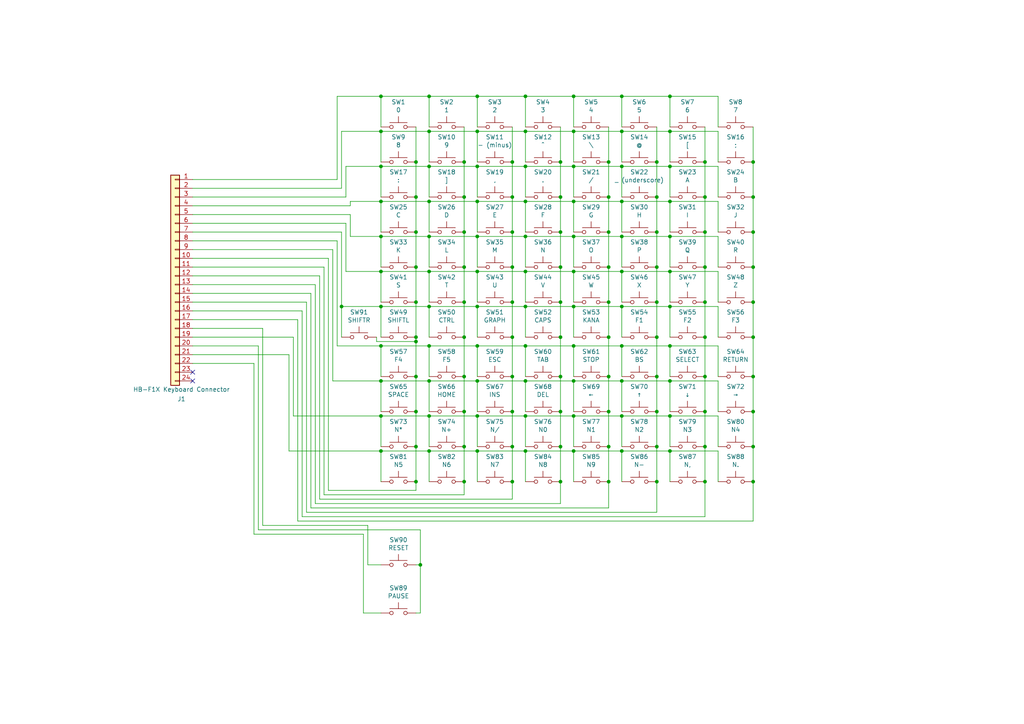
<source format=kicad_sch>
(kicad_sch (version 20230121) (generator eeschema)
  (paper "A4")
  (title_block (title "SONY HB-F1X series keyboard sheet replacement PCB") (date "2024-02-02") (rev "1") (company "Goripon Hardware") (comment 1 "(Goripon and Goripon Hardware follow S0urceror's decision.)") (comment 2 "* Please contact S0urceror regarding distribution of PCBs created using this data.") (comment 3 "Flex PCB version: Goripon") (comment 4 "Original Author: S0urceror"))
  (lib_symbols
    (symbol "Connector_Generic:Conn_01x24" (pin_names (offset 1.016) hide)
      (property "Reference" "J" (at 0 30.48 0))
      (property "Value" "Conn_01x24" (at 0 -33.02 0))
      (symbol "Conn_01x24_1_1"
        (rectangle (start -1.27 -30.353) (end 0 -30.607) (stroke (width 0.1524)))
        (rectangle (start -1.27 -27.813) (end 0 -28.067) (stroke (width 0.1524)))
        (rectangle (start -1.27 -25.273) (end 0 -25.527) (stroke (width 0.1524)))
        (rectangle (start -1.27 -22.733) (end 0 -22.987) (stroke (width 0.1524)))
        (rectangle (start -1.27 -20.193) (end 0 -20.447) (stroke (width 0.1524)))
        (rectangle (start -1.27 -17.653) (end 0 -17.907) (stroke (width 0.1524)))
        (rectangle (start -1.27 -15.113) (end 0 -15.367) (stroke (width 0.1524)))
        (rectangle (start -1.27 -12.573) (end 0 -12.827) (stroke (width 0.1524)))
        (rectangle (start -1.27 -10.033) (end 0 -10.287) (stroke (width 0.1524)))
        (rectangle (start -1.27 -7.493) (end 0 -7.747) (stroke (width 0.1524)))
        (rectangle (start -1.27 -4.953) (end 0 -5.207) (stroke (width 0.1524)))
        (rectangle (start -1.27 -2.413) (end 0 -2.667) (stroke (width 0.1524)))
        (rectangle (start -1.27 0.127) (end 0 -0.127) (stroke (width 0.1524)))
        (rectangle (start -1.27 2.667) (end 0 2.413) (stroke (width 0.1524)))
        (rectangle (start -1.27 5.207) (end 0 4.953) (stroke (width 0.1524)))
        (rectangle (start -1.27 7.747) (end 0 7.493) (stroke (width 0.1524)))
        (rectangle (start -1.27 10.287) (end 0 10.033) (stroke (width 0.1524)))
        (rectangle (start -1.27 12.827) (end 0 12.573) (stroke (width 0.1524)))
        (rectangle (start -1.27 15.367) (end 0 15.113) (stroke (width 0.1524)))
        (rectangle (start -1.27 17.907) (end 0 17.653) (stroke (width 0.1524)))
        (rectangle (start -1.27 20.447) (end 0 20.193) (stroke (width 0.1524)))
        (rectangle (start -1.27 22.987) (end 0 22.733) (stroke (width 0.1524)))
        (rectangle (start -1.27 25.527) (end 0 25.273) (stroke (width 0.1524)))
        (rectangle (start -1.27 28.067) (end 0 27.813) (stroke (width 0.1524)))
        (rectangle (start -1.27 29.21) (end 1.27 -31.75) (stroke (width 0.254)) (fill (type background)))
        (pin passive line (at -5.08 27.94 0) (length 3.81) (name "Pin_1") (number "1"))
        (pin passive line (at -5.08 5.08 0) (length 3.81) (name "Pin_10") (number "10"))
        (pin passive line (at -5.08 2.54 0) (length 3.81) (name "Pin_11") (number "11"))
        (pin passive line (at -5.08 0 0) (length 3.81) (name "Pin_12") (number "12"))
        (pin passive line (at -5.08 -2.54 0) (length 3.81) (name "Pin_13") (number "13"))
        (pin passive line (at -5.08 -5.08 0) (length 3.81) (name "Pin_14") (number "14"))
        (pin passive line (at -5.08 -7.62 0) (length 3.81) (name "Pin_15") (number "15"))
        (pin passive line (at -5.08 -10.16 0) (length 3.81) (name "Pin_16") (number "16"))
        (pin passive line (at -5.08 -12.7 0) (length 3.81) (name "Pin_17") (number "17"))
        (pin passive line (at -5.08 -15.24 0) (length 3.81) (name "Pin_18") (number "18"))
        (pin passive line (at -5.08 -17.78 0) (length 3.81) (name "Pin_19") (number "19"))
        (pin passive line (at -5.08 25.4 0) (length 3.81) (name "Pin_2") (number "2"))
        (pin passive line (at -5.08 -20.32 0) (length 3.81) (name "Pin_20") (number "20"))
        (pin passive line (at -5.08 -22.86 0) (length 3.81) (name "Pin_21") (number "21"))
        (pin passive line (at -5.08 -25.4 0) (length 3.81) (name "Pin_22") (number "22"))
        (pin passive line (at -5.08 -27.94 0) (length 3.81) (name "Pin_23") (number "23"))
        (pin passive line (at -5.08 -30.48 0) (length 3.81) (name "Pin_24") (number "24"))
        (pin passive line (at -5.08 22.86 0) (length 3.81) (name "Pin_3") (number "3"))
        (pin passive line (at -5.08 20.32 0) (length 3.81) (name "Pin_4") (number "4"))
        (pin passive line (at -5.08 17.78 0) (length 3.81) (name "Pin_5") (number "5"))
        (pin passive line (at -5.08 15.24 0) (length 3.81) (name "Pin_6") (number "6"))
        (pin passive line (at -5.08 12.7 0) (length 3.81) (name "Pin_7") (number "7"))
        (pin passive line (at -5.08 10.16 0) (length 3.81) (name "Pin_8") (number "8"))
        (pin passive line (at -5.08 7.62 0) (length 3.81) (name "Pin_9") (number "9"))
      )
    )
    (symbol "Switch:SW_Push" (pin_numbers hide) (pin_names (offset 1.016) hide)
      (property "Reference" "SW" (at 1.27 2.54 0))
      (property "Value" "Switch_SW_Push" (at 0 -1.524 0))
      (symbol "SW_Push_0_1"
        (circle (center -2.032 0) (radius 0.508))
        (polyline (pts (xy 0 1.27) (xy 0 3.048)))
        (polyline (pts (xy 2.54 1.27) (xy -2.54 1.27)))
        (circle (center 2.032 0) (radius 0.508))
        (pin passive line (at -5.08 0 0) (length 2.54) (name "1") (number "1"))
        (pin passive line (at 5.08 0 180) (length 2.54) (name "2") (number "2"))
      )
    )
  )
  (junction (at 166.37 38.1))
  (junction (at 190.5 87.63))
  (junction (at 138.43 27.94))
  (junction (at 124.46 88.9))
  (junction (at 148.59 129.54))
  (junction (at 204.47 77.47))
  (junction (at 218.44 139.7))
  (junction (at 138.43 48.26))
  (junction (at 120.65 139.7))
  (junction (at 218.44 67.31))
  (junction (at 166.37 100.33))
  (junction (at 162.56 46.99))
  (junction (at 166.37 27.94))
  (junction (at 110.49 27.94))
  (junction (at 180.34 68.58))
  (junction (at 134.62 129.54))
  (junction (at 194.31 130.81))
  (junction (at 194.31 48.26))
  (junction (at 110.49 48.26))
  (junction (at 180.34 110.49))
  (junction (at 180.34 88.9))
  (junction (at 180.34 58.42))
  (junction (at 180.34 48.26))
  (junction (at 124.46 38.1))
  (junction (at 148.59 77.47))
  (junction (at 148.59 97.79))
  (junction (at 166.37 48.26))
  (junction (at 176.53 97.79))
  (junction (at 152.4 68.58))
  (junction (at 120.65 67.31))
  (junction (at 152.4 88.9))
  (junction (at 124.46 110.49))
  (junction (at 152.4 38.1))
  (junction (at 138.43 130.81))
  (junction (at 138.43 58.42))
  (junction (at 190.5 109.22))
  (junction (at 120.65 109.22))
  (junction (at 162.56 119.38))
  (junction (at 166.37 78.74))
  (junction (at 190.5 139.7))
  (junction (at 120.65 99.06))
  (junction (at 152.4 120.65))
  (junction (at 138.43 68.58))
  (junction (at 204.47 109.22))
  (junction (at 124.46 68.58))
  (junction (at 152.4 130.81))
  (junction (at 120.65 77.47))
  (junction (at 176.53 119.38))
  (junction (at 176.53 57.15))
  (junction (at 134.62 77.47))
  (junction (at 180.34 27.94))
  (junction (at 190.5 119.38))
  (junction (at 120.65 97.79))
  (junction (at 204.47 57.15))
  (junction (at 218.44 87.63))
  (junction (at 190.5 77.47))
  (junction (at 134.62 139.7))
  (junction (at 152.4 27.94))
  (junction (at 110.49 78.74))
  (junction (at 180.34 38.1))
  (junction (at 190.5 57.15))
  (junction (at 138.43 88.9))
  (junction (at 120.65 46.99))
  (junction (at 190.5 46.99))
  (junction (at 120.65 87.63))
  (junction (at 162.56 87.63))
  (junction (at 166.37 110.49))
  (junction (at 218.44 119.38))
  (junction (at 190.5 129.54))
  (junction (at 190.5 67.31))
  (junction (at 110.49 88.9))
  (junction (at 194.31 120.65))
  (junction (at 194.31 110.49))
  (junction (at 120.65 57.15))
  (junction (at 218.44 109.22))
  (junction (at 138.43 78.74))
  (junction (at 124.46 78.74))
  (junction (at 134.62 46.99))
  (junction (at 166.37 130.81))
  (junction (at 124.46 120.65))
  (junction (at 218.44 97.79))
  (junction (at 204.47 46.99))
  (junction (at 120.65 119.38))
  (junction (at 176.53 129.54))
  (junction (at 218.44 46.99))
  (junction (at 138.43 38.1))
  (junction (at 176.53 109.22))
  (junction (at 124.46 58.42))
  (junction (at 194.31 68.58))
  (junction (at 110.49 100.33))
  (junction (at 218.44 129.54))
  (junction (at 124.46 100.33))
  (junction (at 152.4 100.33))
  (junction (at 176.53 46.99))
  (junction (at 194.31 88.9))
  (junction (at 204.47 119.38))
  (junction (at 138.43 100.33))
  (junction (at 110.49 58.42))
  (junction (at 124.46 130.81))
  (junction (at 148.59 87.63))
  (junction (at 204.47 129.54))
  (junction (at 138.43 120.65))
  (junction (at 180.34 100.33))
  (junction (at 162.56 139.7))
  (junction (at 204.47 87.63))
  (junction (at 194.31 78.74))
  (junction (at 148.59 109.22))
  (junction (at 218.44 57.15))
  (junction (at 162.56 67.31))
  (junction (at 152.4 48.26))
  (junction (at 124.46 48.26))
  (junction (at 204.47 97.79))
  (junction (at 152.4 110.49))
  (junction (at 176.53 67.31))
  (junction (at 134.62 119.38))
  (junction (at 194.31 58.42))
  (junction (at 204.47 67.31))
  (junction (at 166.37 88.9))
  (junction (at 148.59 46.99))
  (junction (at 180.34 130.81))
  (junction (at 110.49 120.65))
  (junction (at 176.53 77.47))
  (junction (at 218.44 77.47))
  (junction (at 166.37 58.42))
  (junction (at 134.62 97.79))
  (junction (at 180.34 120.65))
  (junction (at 134.62 87.63))
  (junction (at 176.53 139.7))
  (junction (at 162.56 57.15))
  (junction (at 124.46 27.94))
  (junction (at 194.31 100.33))
  (junction (at 166.37 120.65))
  (junction (at 148.59 139.7))
  (junction (at 204.47 139.7))
  (junction (at 120.65 129.54))
  (junction (at 110.49 110.49))
  (junction (at 194.31 27.94))
  (junction (at 162.56 97.79))
  (junction (at 190.5 97.79))
  (junction (at 152.4 78.74))
  (junction (at 121.92 163.83))
  (junction (at 162.56 77.47))
  (junction (at 148.59 67.31))
  (junction (at 134.62 109.22))
  (junction (at 110.49 130.81))
  (junction (at 152.4 58.42))
  (junction (at 180.34 78.74))
  (junction (at 162.56 129.54))
  (junction (at 148.59 57.15))
  (junction (at 148.59 119.38))
  (junction (at 99.06 88.9))
  (junction (at 162.56 109.22))
  (junction (at 110.49 68.58))
  (junction (at 138.43 110.49))
  (junction (at 194.31 38.1))
  (junction (at 134.62 67.31))
  (junction (at 176.53 87.63))
  (junction (at 166.37 68.58))
  (junction (at 134.62 57.15))
  (junction (at 110.49 38.1))
  (no_connect (at 55.88 107.95))
  (no_connect (at 55.88 110.49))
  (wire (pts (xy 152.4 38.1) (xy 166.37 38.1)))
  (wire (pts (xy 124.46 36.83) (xy 124.46 27.94)))
  (wire (pts (xy 180.34 109.22) (xy 180.34 100.33)))
  (wire (pts (xy 124.46 119.38) (xy 124.46 110.49)))
  (wire (pts (xy 180.34 110.49) (xy 194.31 110.49)))
  (wire (pts (xy 148.59 109.22) (xy 148.59 119.38)))
  (wire (pts (xy 124.46 88.9) (xy 138.43 88.9)))
  (wire (pts (xy 208.28 46.99) (xy 208.28 38.1)))
  (wire (pts (xy 109.22 99.06) (xy 120.65 99.06)))
  (wire (pts (xy 152.4 27.94) (xy 166.37 27.94)))
  (wire (pts (xy 134.62 119.38) (xy 134.62 129.54)))
  (wire (pts (xy 124.46 46.99) (xy 124.46 38.1)))
  (wire (pts (xy 138.43 68.58) (xy 152.4 68.58)))
  (wire (pts (xy 162.56 97.79) (xy 162.56 109.22)))
  (wire (pts (xy 110.49 100.33) (xy 124.46 100.33)))
  (wire (pts (xy 110.49 36.83) (xy 110.49 27.94)))
  (wire (pts (xy 55.88 74.93) (xy 95.25 74.93)))
  (wire (pts (xy 101.6 58.42) (xy 110.49 58.42)))
  (wire (pts (xy 204.47 129.54) (xy 204.47 119.38)))
  (wire (pts (xy 92.71 144.78) (xy 92.71 80.01)))
  (wire (pts (xy 124.46 100.33) (xy 138.43 100.33)))
  (wire (pts (xy 194.31 139.7) (xy 194.31 130.81)))
  (wire (pts (xy 134.62 77.47) (xy 134.62 87.63)))
  (wire (pts (xy 110.49 139.7) (xy 110.49 130.81)))
  (wire (pts (xy 166.37 57.15) (xy 166.37 48.26)))
  (wire (pts (xy 120.65 163.83) (xy 121.92 163.83)))
  (wire (pts (xy 138.43 139.7) (xy 138.43 130.81)))
  (wire (pts (xy 74.93 100.33) (xy 74.93 153.67)))
  (wire (pts (xy 55.88 90.17) (xy 87.63 90.17)))
  (wire (pts (xy 204.47 119.38) (xy 204.47 109.22)))
  (wire (pts (xy 180.34 36.83) (xy 180.34 27.94)))
  (wire (pts (xy 76.2 95.25) (xy 76.2 152.4)))
  (wire (pts (xy 138.43 88.9) (xy 152.4 88.9)))
  (wire (pts (xy 162.56 109.22) (xy 162.56 119.38)))
  (wire (pts (xy 55.88 80.01) (xy 92.71 80.01)))
  (wire (pts (xy 166.37 68.58) (xy 180.34 68.58)))
  (wire (pts (xy 138.43 110.49) (xy 152.4 110.49)))
  (wire (pts (xy 204.47 87.63) (xy 204.47 77.47)))
  (wire (pts (xy 176.53 67.31) (xy 176.53 77.47)))
  (wire (pts (xy 138.43 48.26) (xy 152.4 48.26)))
  (wire (pts (xy 120.65 97.79) (xy 120.65 99.06)))
  (wire (pts (xy 194.31 130.81) (xy 208.28 130.81)))
  (wire (pts (xy 194.31 87.63) (xy 194.31 78.74)))
  (wire (pts (xy 176.53 36.83) (xy 176.53 46.99)))
  (wire (pts (xy 124.46 109.22) (xy 124.46 100.33)))
  (wire (pts (xy 55.88 105.41) (xy 73.66 105.41)))
  (wire (pts (xy 138.43 77.47) (xy 138.43 68.58)))
  (wire (pts (xy 110.49 120.65) (xy 124.46 120.65)))
  (wire (pts (xy 99.06 38.1) (xy 110.49 38.1)))
  (wire (pts (xy 120.65 142.24) (xy 95.25 142.24)))
  (wire (pts (xy 138.43 57.15) (xy 138.43 48.26)))
  (wire (pts (xy 152.4 100.33) (xy 166.37 100.33)))
  (wire (pts (xy 208.28 77.47) (xy 208.28 68.58)))
  (wire (pts (xy 101.6 62.23) (xy 101.6 68.58)))
  (wire (pts (xy 124.46 130.81) (xy 138.43 130.81)))
  (wire (pts (xy 105.41 154.94) (xy 105.41 177.8)))
  (wire (pts (xy 162.56 57.15) (xy 162.56 67.31)))
  (wire (pts (xy 100.33 48.26) (xy 110.49 48.26)))
  (wire (pts (xy 180.34 68.58) (xy 194.31 68.58)))
  (wire (pts (xy 166.37 129.54) (xy 166.37 120.65)))
  (wire (pts (xy 176.53 97.79) (xy 176.53 109.22)))
  (wire (pts (xy 97.79 52.07) (xy 97.79 27.94)))
  (wire (pts (xy 120.65 46.99) (xy 120.65 57.15)))
  (wire (pts (xy 166.37 38.1) (xy 180.34 38.1)))
  (wire (pts (xy 208.28 97.79) (xy 208.28 88.9)))
  (wire (pts (xy 194.31 58.42) (xy 208.28 58.42)))
  (wire (pts (xy 180.34 88.9) (xy 194.31 88.9)))
  (wire (pts (xy 124.46 68.58) (xy 138.43 68.58)))
  (wire (pts (xy 180.34 48.26) (xy 194.31 48.26)))
  (wire (pts (xy 148.59 129.54) (xy 148.59 139.7)))
  (wire (pts (xy 110.49 110.49) (xy 124.46 110.49)))
  (wire (pts (xy 120.65 99.06) (xy 120.65 109.22)))
  (wire (pts (xy 124.46 67.31) (xy 124.46 58.42)))
  (wire (pts (xy 138.43 58.42) (xy 152.4 58.42)))
  (wire (pts (xy 148.59 139.7) (xy 148.59 144.78)))
  (wire (pts (xy 194.31 100.33) (xy 208.28 100.33)))
  (wire (pts (xy 180.34 58.42) (xy 194.31 58.42)))
  (wire (pts (xy 134.62 57.15) (xy 134.62 67.31)))
  (wire (pts (xy 85.09 97.79) (xy 85.09 120.65)))
  (wire (pts (xy 166.37 58.42) (xy 180.34 58.42)))
  (wire (pts (xy 97.79 27.94) (xy 110.49 27.94)))
  (wire (pts (xy 152.4 48.26) (xy 166.37 48.26)))
  (wire (pts (xy 208.28 57.15) (xy 208.28 48.26)))
  (wire (pts (xy 194.31 97.79) (xy 194.31 88.9)))
  (wire (pts (xy 152.4 97.79) (xy 152.4 88.9)))
  (wire (pts (xy 194.31 57.15) (xy 194.31 48.26)))
  (wire (pts (xy 110.49 38.1) (xy 124.46 38.1)))
  (wire (pts (xy 180.34 87.63) (xy 180.34 78.74)))
  (wire (pts (xy 121.92 177.8) (xy 121.92 163.83)))
  (wire (pts (xy 152.4 36.83) (xy 152.4 27.94)))
  (wire (pts (xy 76.2 152.4) (xy 106.68 152.4)))
  (wire (pts (xy 194.31 109.22) (xy 194.31 100.33)))
  (wire (pts (xy 166.37 97.79) (xy 166.37 88.9)))
  (wire (pts (xy 110.49 78.74) (xy 124.46 78.74)))
  (wire (pts (xy 55.88 97.79) (xy 85.09 97.79)))
  (wire (pts (xy 208.28 129.54) (xy 208.28 120.65)))
  (wire (pts (xy 134.62 46.99) (xy 134.62 57.15)))
  (wire (pts (xy 110.49 130.81) (xy 124.46 130.81)))
  (wire (pts (xy 95.25 142.24) (xy 95.25 74.93)))
  (wire (pts (xy 152.4 119.38) (xy 152.4 110.49)))
  (wire (pts (xy 109.22 97.79) (xy 109.22 99.06)))
  (wire (pts (xy 162.56 139.7) (xy 162.56 146.05)))
  (wire (pts (xy 176.53 77.47) (xy 176.53 87.63)))
  (wire (pts (xy 105.41 154.94) (xy 73.66 154.94)))
  (wire (pts (xy 138.43 119.38) (xy 138.43 110.49)))
  (wire (pts (xy 194.31 77.47) (xy 194.31 68.58)))
  (wire (pts (xy 120.65 129.54) (xy 120.65 139.7)))
  (wire (pts (xy 55.88 102.87) (xy 83.82 102.87)))
  (wire (pts (xy 124.46 97.79) (xy 124.46 88.9)))
  (wire (pts (xy 110.49 57.15) (xy 110.49 48.26)))
  (wire (pts (xy 190.5 57.15) (xy 190.5 67.31)))
  (wire (pts (xy 204.47 67.31) (xy 204.47 57.15)))
  (wire (pts (xy 152.4 88.9) (xy 166.37 88.9)))
  (wire (pts (xy 166.37 27.94) (xy 180.34 27.94)))
  (wire (pts (xy 190.5 87.63) (xy 190.5 97.79)))
  (wire (pts (xy 218.44 87.63) (xy 218.44 97.79)))
  (wire (pts (xy 85.09 120.65) (xy 110.49 120.65)))
  (wire (pts (xy 120.65 36.83) (xy 120.65 46.99)))
  (wire (pts (xy 166.37 119.38) (xy 166.37 110.49)))
  (wire (pts (xy 96.52 72.39) (xy 96.52 110.49)))
  (wire (pts (xy 110.49 119.38) (xy 110.49 110.49)))
  (wire (pts (xy 218.44 151.13) (xy 86.36 151.13)))
  (wire (pts (xy 110.49 46.99) (xy 110.49 38.1)))
  (wire (pts (xy 176.53 129.54) (xy 176.53 139.7)))
  (wire (pts (xy 152.4 78.74) (xy 166.37 78.74)))
  (wire (pts (xy 166.37 130.81) (xy 180.34 130.81)))
  (wire (pts (xy 138.43 97.79) (xy 138.43 88.9)))
  (wire (pts (xy 97.79 69.85) (xy 97.79 100.33)))
  (wire (pts (xy 138.43 36.83) (xy 138.43 27.94)))
  (wire (pts (xy 120.65 177.8) (xy 121.92 177.8)))
  (wire (pts (xy 162.56 129.54) (xy 162.56 139.7)))
  (wire (pts (xy 124.46 139.7) (xy 124.46 130.81)))
  (wire (pts (xy 148.59 46.99) (xy 148.59 57.15)))
  (wire (pts (xy 148.59 67.31) (xy 148.59 77.47)))
  (wire (pts (xy 190.5 36.83) (xy 190.5 46.99)))
  (wire (pts (xy 134.62 97.79) (xy 134.62 109.22)))
  (wire (pts (xy 55.88 77.47) (xy 93.98 77.47)))
  (wire (pts (xy 166.37 120.65) (xy 180.34 120.65)))
  (wire (pts (xy 124.46 27.94) (xy 138.43 27.94)))
  (wire (pts (xy 194.31 48.26) (xy 208.28 48.26)))
  (wire (pts (xy 90.17 147.32) (xy 90.17 85.09)))
  (wire (pts (xy 124.46 120.65) (xy 138.43 120.65)))
  (wire (pts (xy 166.37 100.33) (xy 180.34 100.33)))
  (wire (pts (xy 190.5 97.79) (xy 190.5 109.22)))
  (wire (pts (xy 87.63 149.86) (xy 204.47 149.86)))
  (wire (pts (xy 208.28 139.7) (xy 208.28 130.81)))
  (wire (pts (xy 110.49 77.47) (xy 110.49 68.58)))
  (wire (pts (xy 194.31 27.94) (xy 208.28 27.94)))
  (wire (pts (xy 190.5 148.59) (xy 88.9 148.59)))
  (wire (pts (xy 208.28 119.38) (xy 208.28 110.49)))
  (wire (pts (xy 73.66 105.41) (xy 73.66 154.94)))
  (wire (pts (xy 148.59 77.47) (xy 148.59 87.63)))
  (wire (pts (xy 138.43 129.54) (xy 138.43 120.65)))
  (wire (pts (xy 100.33 64.77) (xy 100.33 78.74)))
  (wire (pts (xy 55.88 87.63) (xy 88.9 87.63)))
  (wire (pts (xy 166.37 36.83) (xy 166.37 27.94)))
  (wire (pts (xy 134.62 139.7) (xy 134.62 143.51)))
  (wire (pts (xy 176.53 57.15) (xy 176.53 67.31)))
  (wire (pts (xy 218.44 46.99) (xy 218.44 57.15)))
  (wire (pts (xy 162.56 87.63) (xy 162.56 97.79)))
  (wire (pts (xy 110.49 27.94) (xy 124.46 27.94)))
  (wire (pts (xy 138.43 130.81) (xy 152.4 130.81)))
  (wire (pts (xy 218.44 77.47) (xy 218.44 87.63)))
  (wire (pts (xy 208.28 36.83) (xy 208.28 27.94)))
  (wire (pts (xy 218.44 109.22) (xy 218.44 119.38)))
  (wire (pts (xy 106.68 163.83) (xy 106.68 152.4)))
  (wire (pts (xy 148.59 119.38) (xy 148.59 129.54)))
  (wire (pts (xy 218.44 57.15) (xy 218.44 67.31)))
  (wire (pts (xy 110.49 58.42) (xy 124.46 58.42)))
  (wire (pts (xy 162.56 46.99) (xy 162.56 57.15)))
  (wire (pts (xy 208.28 109.22) (xy 208.28 100.33)))
  (wire (pts (xy 101.6 68.58) (xy 110.49 68.58)))
  (wire (pts (xy 204.47 46.99) (xy 204.47 36.83)))
  (wire (pts (xy 99.06 67.31) (xy 99.06 88.9)))
  (wire (pts (xy 120.65 77.47) (xy 120.65 87.63)))
  (wire (pts (xy 124.46 57.15) (xy 124.46 48.26)))
  (wire (pts (xy 55.88 82.55) (xy 91.44 82.55)))
  (wire (pts (xy 110.49 67.31) (xy 110.49 58.42)))
  (wire (pts (xy 180.34 100.33) (xy 194.31 100.33)))
  (wire (pts (xy 55.88 85.09) (xy 90.17 85.09)))
  (wire (pts (xy 194.31 120.65) (xy 208.28 120.65)))
  (wire (pts (xy 55.88 67.31) (xy 99.06 67.31)))
  (wire (pts (xy 218.44 36.83) (xy 218.44 46.99)))
  (wire (pts (xy 204.47 77.47) (xy 204.47 67.31)))
  (wire (pts (xy 124.46 38.1) (xy 138.43 38.1)))
  (wire (pts (xy 152.4 139.7) (xy 152.4 130.81)))
  (wire (pts (xy 162.56 67.31) (xy 162.56 77.47)))
  (wire (pts (xy 180.34 38.1) (xy 194.31 38.1)))
  (wire (pts (xy 152.4 129.54) (xy 152.4 120.65)))
  (wire (pts (xy 180.34 78.74) (xy 194.31 78.74)))
  (wire (pts (xy 97.79 100.33) (xy 110.49 100.33)))
  (wire (pts (xy 190.5 119.38) (xy 190.5 129.54)))
  (wire (pts (xy 218.44 97.79) (xy 218.44 109.22)))
  (wire (pts (xy 110.49 48.26) (xy 124.46 48.26)))
  (wire (pts (xy 162.56 77.47) (xy 162.56 87.63)))
  (wire (pts (xy 138.43 27.94) (xy 152.4 27.94)))
  (wire (pts (xy 162.56 119.38) (xy 162.56 129.54)))
  (wire (pts (xy 124.46 87.63) (xy 124.46 78.74)))
  (wire (pts (xy 138.43 120.65) (xy 152.4 120.65)))
  (wire (pts (xy 152.4 109.22) (xy 152.4 100.33)))
  (wire (pts (xy 55.88 92.71) (xy 86.36 92.71)))
  (wire (pts (xy 124.46 129.54) (xy 124.46 120.65)))
  (wire (pts (xy 55.88 62.23) (xy 101.6 62.23)))
  (wire (pts (xy 110.49 87.63) (xy 110.49 78.74)))
  (wire (pts (xy 120.65 87.63) (xy 120.65 97.79)))
  (wire (pts (xy 194.31 38.1) (xy 208.28 38.1)))
  (wire (pts (xy 152.4 67.31) (xy 152.4 58.42)))
  (wire (pts (xy 162.56 36.83) (xy 162.56 46.99)))
  (wire (pts (xy 110.49 68.58) (xy 124.46 68.58)))
  (wire (pts (xy 100.33 78.74) (xy 110.49 78.74)))
  (wire (pts (xy 152.4 58.42) (xy 166.37 58.42)))
  (wire (pts (xy 190.5 67.31) (xy 190.5 77.47)))
  (wire (pts (xy 180.34 46.99) (xy 180.34 38.1)))
  (wire (pts (xy 55.88 59.69) (xy 101.6 59.69)))
  (wire (pts (xy 110.49 109.22) (xy 110.49 100.33)))
  (wire (pts (xy 152.4 46.99) (xy 152.4 38.1)))
  (wire (pts (xy 96.52 110.49) (xy 110.49 110.49)))
  (wire (pts (xy 55.88 57.15) (xy 100.33 57.15)))
  (wire (pts (xy 190.5 109.22) (xy 190.5 119.38)))
  (wire (pts (xy 190.5 139.7) (xy 190.5 148.59)))
  (wire (pts (xy 218.44 67.31) (xy 218.44 77.47)))
  (wire (pts (xy 100.33 57.15) (xy 100.33 48.26)))
  (wire (pts (xy 55.88 69.85) (xy 97.79 69.85)))
  (wire (pts (xy 99.06 88.9) (xy 110.49 88.9)))
  (wire (pts (xy 134.62 143.51) (xy 93.98 143.51)))
  (wire (pts (xy 204.47 109.22) (xy 204.47 97.79)))
  (wire (pts (xy 55.88 54.61) (xy 99.06 54.61)))
  (wire (pts (xy 194.31 68.58) (xy 208.28 68.58)))
  (wire (pts (xy 194.31 119.38) (xy 194.31 110.49)))
  (wire (pts (xy 166.37 77.47) (xy 166.37 68.58)))
  (wire (pts (xy 180.34 120.65) (xy 194.31 120.65)))
  (wire (pts (xy 152.4 68.58) (xy 166.37 68.58)))
  (wire (pts (xy 120.65 139.7) (xy 120.65 142.24)))
  (wire (pts (xy 148.59 97.79) (xy 148.59 109.22)))
  (wire (pts (xy 134.62 129.54) (xy 134.62 139.7)))
  (wire (pts (xy 180.34 130.81) (xy 194.31 130.81)))
  (wire (pts (xy 120.65 67.31) (xy 120.65 77.47)))
  (wire (pts (xy 208.28 67.31) (xy 208.28 58.42)))
  (wire (pts (xy 124.46 58.42) (xy 138.43 58.42)))
  (wire (pts (xy 180.34 67.31) (xy 180.34 58.42)))
  (wire (pts (xy 55.88 64.77) (xy 100.33 64.77)))
  (wire (pts (xy 134.62 109.22) (xy 134.62 119.38)))
  (wire (pts (xy 99.06 97.79) (xy 99.06 88.9)))
  (wire (pts (xy 180.34 97.79) (xy 180.34 88.9)))
  (wire (pts (xy 194.31 110.49) (xy 208.28 110.49)))
  (wire (pts (xy 138.43 78.74) (xy 152.4 78.74)))
  (wire (pts (xy 93.98 143.51) (xy 93.98 77.47)))
  (wire (pts (xy 190.5 77.47) (xy 190.5 87.63)))
  (wire (pts (xy 218.44 139.7) (xy 218.44 151.13)))
  (wire (pts (xy 124.46 110.49) (xy 138.43 110.49)))
  (wire (pts (xy 83.82 102.87) (xy 83.82 130.81)))
  (wire (pts (xy 166.37 87.63) (xy 166.37 78.74)))
  (wire (pts (xy 204.47 149.86) (xy 204.47 139.7)))
  (wire (pts (xy 180.34 129.54) (xy 180.34 120.65)))
  (wire (pts (xy 152.4 120.65) (xy 166.37 120.65)))
  (wire (pts (xy 91.44 146.05) (xy 91.44 82.55)))
  (wire (pts (xy 176.53 147.32) (xy 90.17 147.32)))
  (wire (pts (xy 138.43 87.63) (xy 138.43 78.74)))
  (wire (pts (xy 166.37 46.99) (xy 166.37 38.1)))
  (wire (pts (xy 176.53 119.38) (xy 176.53 129.54)))
  (wire (pts (xy 110.49 88.9) (xy 124.46 88.9)))
  (wire (pts (xy 190.5 46.99) (xy 190.5 57.15)))
  (wire (pts (xy 105.41 177.8) (xy 110.49 177.8)))
  (wire (pts (xy 180.34 57.15) (xy 180.34 48.26)))
  (wire (pts (xy 166.37 110.49) (xy 180.34 110.49)))
  (wire (pts (xy 148.59 36.83) (xy 148.59 46.99)))
  (wire (pts (xy 176.53 87.63) (xy 176.53 97.79)))
  (wire (pts (xy 194.31 78.74) (xy 208.28 78.74)))
  (wire (pts (xy 138.43 109.22) (xy 138.43 100.33)))
  (wire (pts (xy 120.65 119.38) (xy 120.65 129.54)))
  (wire (pts (xy 134.62 36.83) (xy 134.62 46.99)))
  (wire (pts (xy 124.46 77.47) (xy 124.46 68.58)))
  (wire (pts (xy 176.53 139.7) (xy 176.53 147.32)))
  (wire (pts (xy 166.37 48.26) (xy 180.34 48.26)))
  (wire (pts (xy 190.5 129.54) (xy 190.5 139.7)))
  (wire (pts (xy 86.36 151.13) (xy 86.36 92.71)))
  (wire (pts (xy 110.49 163.83) (xy 106.68 163.83)))
  (wire (pts (xy 194.31 129.54) (xy 194.31 120.65)))
  (wire (pts (xy 166.37 88.9) (xy 180.34 88.9)))
  (wire (pts (xy 208.28 87.63) (xy 208.28 78.74)))
  (wire (pts (xy 120.65 57.15) (xy 120.65 67.31)))
  (wire (pts (xy 218.44 119.38) (xy 218.44 129.54)))
  (wire (pts (xy 110.49 97.79) (xy 110.49 88.9)))
  (wire (pts (xy 194.31 88.9) (xy 208.28 88.9)))
  (wire (pts (xy 204.47 97.79) (xy 204.47 87.63)))
  (wire (pts (xy 152.4 87.63) (xy 152.4 78.74)))
  (wire (pts (xy 55.88 72.39) (xy 96.52 72.39)))
  (wire (pts (xy 83.82 130.81) (xy 110.49 130.81)))
  (wire (pts (xy 166.37 78.74) (xy 180.34 78.74)))
  (wire (pts (xy 134.62 67.31) (xy 134.62 77.47)))
  (wire (pts (xy 166.37 67.31) (xy 166.37 58.42)))
  (wire (pts (xy 176.53 46.99) (xy 176.53 57.15)))
  (wire (pts (xy 166.37 109.22) (xy 166.37 100.33)))
  (wire (pts (xy 87.63 90.17) (xy 87.63 149.86)))
  (wire (pts (xy 152.4 77.47) (xy 152.4 68.58)))
  (wire (pts (xy 176.53 109.22) (xy 176.53 119.38)))
  (wire (pts (xy 120.65 109.22) (xy 120.65 119.38)))
  (wire (pts (xy 124.46 48.26) (xy 138.43 48.26)))
  (wire (pts (xy 124.46 78.74) (xy 138.43 78.74)))
  (wire (pts (xy 152.4 57.15) (xy 152.4 48.26)))
  (wire (pts (xy 148.59 144.78) (xy 92.71 144.78)))
  (wire (pts (xy 194.31 46.99) (xy 194.31 38.1)))
  (wire (pts (xy 101.6 59.69) (xy 101.6 58.42)))
  (wire (pts (xy 180.34 119.38) (xy 180.34 110.49)))
  (wire (pts (xy 204.47 139.7) (xy 204.47 129.54)))
  (wire (pts (xy 180.34 139.7) (xy 180.34 130.81)))
  (wire (pts (xy 180.34 77.47) (xy 180.34 68.58)))
  (wire (pts (xy 194.31 36.83) (xy 194.31 27.94)))
  (wire (pts (xy 162.56 146.05) (xy 91.44 146.05)))
  (wire (pts (xy 194.31 67.31) (xy 194.31 58.42)))
  (wire (pts (xy 152.4 110.49) (xy 166.37 110.49)))
  (wire (pts (xy 88.9 148.59) (xy 88.9 87.63)))
  (wire (pts (xy 74.93 153.67) (xy 121.92 153.67)))
  (wire (pts (xy 138.43 67.31) (xy 138.43 58.42)))
  (wire (pts (xy 55.88 52.07) (xy 97.79 52.07)))
  (wire (pts (xy 138.43 46.99) (xy 138.43 38.1)))
  (wire (pts (xy 148.59 57.15) (xy 148.59 67.31)))
  (wire (pts (xy 148.59 87.63) (xy 148.59 97.79)))
  (wire (pts (xy 218.44 129.54) (xy 218.44 139.7)))
  (wire (pts (xy 55.88 100.33) (xy 74.93 100.33)))
  (wire (pts (xy 134.62 87.63) (xy 134.62 97.79)))
  (wire (pts (xy 180.34 27.94) (xy 194.31 27.94)))
  (wire (pts (xy 152.4 130.81) (xy 166.37 130.81)))
  (wire (pts (xy 166.37 139.7) (xy 166.37 130.81)))
  (wire (pts (xy 121.92 153.67) (xy 121.92 163.83)))
  (wire (pts (xy 204.47 57.15) (xy 204.47 46.99)))
  (wire (pts (xy 110.49 129.54) (xy 110.49 120.65)))
  (wire (pts (xy 138.43 100.33) (xy 152.4 100.33)))
  (wire (pts (xy 138.43 38.1) (xy 152.4 38.1)))
  (wire (pts (xy 55.88 95.25) (xy 76.2 95.25)))
  (wire (pts (xy 99.06 54.61) (xy 99.06 38.1)))
  (symbol (lib_id "Switch:SW_Push") (at 115.57 36.83 0) (unit 1)
    (property "Reference" "SW1" (at 115.57 29.591 0))
    (property "Value" "0" (at 115.57 31.9024 0))
    (property "Footprint" "mitsumi:key-diagonal-beauty" (effects hide))
  )
  (symbol (lib_id "Switch:SW_Push") (at 129.54 36.83 0) (unit 1)
    (property "Reference" "SW2" (at 129.54 29.591 0))
    (property "Value" "1" (at 129.54 31.9024 0))
    (property "Footprint" "mitsumi:key-diagonal-beauty" (effects hide))
  )
  (symbol (lib_id "Switch:SW_Push") (at 143.51 36.83 0) (unit 1)
    (property "Reference" "SW3" (at 143.51 29.591 0))
    (property "Value" "2" (at 143.51 31.9024 0))
    (property "Footprint" "mitsumi:key-diagonal-beauty" (effects hide))
  )
  (symbol (lib_id "Switch:SW_Push") (at 157.48 36.83 0) (unit 1)
    (property "Reference" "SW4" (at 157.48 29.591 0))
    (property "Value" "3" (at 157.48 31.9024 0))
    (property "Footprint" "mitsumi:key-diagonal-beauty" (effects hide))
  )
  (symbol (lib_id "Switch:SW_Push") (at 171.45 36.83 0) (unit 1)
    (property "Reference" "SW5" (at 171.45 29.591 0))
    (property "Value" "4" (at 171.45 31.9024 0))
    (property "Footprint" "mitsumi:key-diagonal-beauty" (effects hide))
  )
  (symbol (lib_id "Switch:SW_Push") (at 185.42 36.83 0) (unit 1)
    (property "Reference" "SW6" (at 185.42 29.591 0))
    (property "Value" "5" (at 185.42 31.9024 0))
    (property "Footprint" "mitsumi:key-diagonal-beauty" (effects hide))
  )
  (symbol (lib_id "Switch:SW_Push") (at 199.39 36.83 0) (unit 1)
    (property "Reference" "SW7" (at 199.39 29.591 0))
    (property "Value" "6" (at 199.39 31.9024 0))
    (property "Footprint" "mitsumi:key-diagonal-beauty" (effects hide))
  )
  (symbol (lib_id "Switch:SW_Push") (at 213.36 36.83 0) (unit 1)
    (property "Reference" "SW8" (at 213.36 29.591 0))
    (property "Value" "7" (at 213.36 31.9024 0))
    (property "Footprint" "mitsumi:key-diagonal-beauty" (effects hide))
  )
  (symbol (lib_id "Switch:SW_Push") (at 115.57 46.99 0) (unit 1)
    (property "Reference" "SW9" (at 115.57 39.751 0))
    (property "Value" "8" (at 115.57 42.0624 0))
    (property "Footprint" "mitsumi:key-diagonal-beauty" (effects hide))
  )
  (symbol (lib_id "Switch:SW_Push") (at 129.54 46.99 0) (unit 1)
    (property "Reference" "SW10" (at 129.54 39.751 0))
    (property "Value" "9" (at 129.54 42.0624 0))
    (property "Footprint" "mitsumi:key-diagonal-beauty" (effects hide))
  )
  (symbol (lib_id "Switch:SW_Push") (at 143.51 46.99 0) (unit 1)
    (property "Reference" "SW11" (at 143.51 39.751 0))
    (property "Value" "- (minus)" (at 143.51 42.0624 0))
    (property "Footprint" "mitsumi:key-diagonal-beauty" (effects hide))
  )
  (symbol (lib_id "Switch:SW_Push") (at 157.48 46.99 0) (unit 1)
    (property "Reference" "SW12" (at 157.48 39.751 0))
    (property "Value" "^" (at 157.48 42.0624 0))
    (property "Footprint" "mitsumi:key-diagonal-beauty" (effects hide))
  )
  (symbol (lib_id "Switch:SW_Push") (at 171.45 46.99 0) (unit 1)
    (property "Reference" "SW13" (at 171.45 39.751 0))
    (property "Value" "\\" (at 171.45 42.0624 0))
    (property "Footprint" "mitsumi:key-diagonal-beauty" (effects hide))
  )
  (symbol (lib_id "Switch:SW_Push") (at 185.42 46.99 0) (unit 1)
    (property "Reference" "SW14" (at 185.42 39.751 0))
    (property "Value" "@" (at 185.42 42.0624 0))
    (property "Footprint" "mitsumi:key-diagonal-beauty" (effects hide))
  )
  (symbol (lib_id "Switch:SW_Push") (at 199.39 46.99 0) (unit 1)
    (property "Reference" "SW15" (at 199.39 39.751 0))
    (property "Value" "[" (at 199.39 42.0624 0))
    (property "Footprint" "mitsumi:key-diagonal-beauty" (effects hide))
  )
  (symbol (lib_id "Switch:SW_Push") (at 213.36 46.99 0) (unit 1)
    (property "Reference" "SW16" (at 213.36 39.751 0))
    (property "Value" ";" (at 213.36 42.0624 0))
    (property "Footprint" "mitsumi:key-diagonal-beauty" (effects hide))
  )
  (symbol (lib_id "Switch:SW_Push") (at 115.57 57.15 0) (unit 1)
    (property "Reference" "SW17" (at 115.57 49.911 0))
    (property "Value" ":" (at 115.57 52.2224 0))
    (property "Footprint" "mitsumi:key-diagonal-beauty" (effects hide))
  )
  (symbol (lib_id "Switch:SW_Push") (at 129.54 57.15 0) (unit 1)
    (property "Reference" "SW18" (at 129.54 49.911 0))
    (property "Value" "]" (at 129.54 52.2224 0))
    (property "Footprint" "mitsumi:key-diagonal-beauty" (effects hide))
  )
  (symbol (lib_id "Switch:SW_Push") (at 143.51 57.15 0) (unit 1)
    (property "Reference" "SW19" (at 143.51 49.911 0))
    (property "Value" "," (at 143.51 52.2224 0))
    (property "Footprint" "mitsumi:key-diagonal-beauty" (effects hide))
  )
  (symbol (lib_id "Switch:SW_Push") (at 157.48 57.15 0) (unit 1)
    (property "Reference" "SW20" (at 157.48 49.911 0))
    (property "Value" "." (at 157.48 52.2224 0))
    (property "Footprint" "mitsumi:key-diagonal-beauty" (effects hide))
  )
  (symbol (lib_id "Switch:SW_Push") (at 171.45 57.15 0) (unit 1)
    (property "Reference" "SW21" (at 171.45 49.911 0))
    (property "Value" "/" (at 171.45 52.2224 0))
    (property "Footprint" "mitsumi:key-diagonal-beauty" (effects hide))
  )
  (symbol (lib_id "Switch:SW_Push") (at 185.42 57.15 0) (unit 1)
    (property "Reference" "SW22" (at 185.42 49.911 0))
    (property "Value" "_ (underscore)" (at 185.42 52.2224 0))
    (property "Footprint" "mitsumi:key-diagonal-beauty" (effects hide))
  )
  (symbol (lib_id "Switch:SW_Push") (at 199.39 57.15 0) (unit 1)
    (property "Reference" "SW23" (at 199.39 49.911 0))
    (property "Value" "A" (at 199.39 52.2224 0))
    (property "Footprint" "mitsumi:key-diagonal-beauty" (effects hide))
  )
  (symbol (lib_id "Switch:SW_Push") (at 213.36 57.15 0) (unit 1)
    (property "Reference" "SW24" (at 213.36 49.911 0))
    (property "Value" "B" (at 213.36 52.2224 0))
    (property "Footprint" "mitsumi:key-diagonal-beauty" (effects hide))
  )
  (symbol (lib_id "Switch:SW_Push") (at 115.57 67.31 0) (unit 1)
    (property "Reference" "SW25" (at 115.57 60.071 0))
    (property "Value" "C" (at 115.57 62.3824 0))
    (property "Footprint" "mitsumi:key-diagonal-beauty" (effects hide))
  )
  (symbol (lib_id "Switch:SW_Push") (at 129.54 67.31 0) (unit 1)
    (property "Reference" "SW26" (at 129.54 60.071 0))
    (property "Value" "D" (at 129.54 62.3824 0))
    (property "Footprint" "mitsumi:key-diagonal-beauty" (effects hide))
  )
  (symbol (lib_id "Switch:SW_Push") (at 143.51 67.31 0) (unit 1)
    (property "Reference" "SW27" (at 143.51 60.071 0))
    (property "Value" "E" (at 143.51 62.3824 0))
    (property "Footprint" "mitsumi:key-diagonal-beauty" (effects hide))
  )
  (symbol (lib_id "Switch:SW_Push") (at 157.48 67.31 0) (unit 1)
    (property "Reference" "SW28" (at 157.48 60.071 0))
    (property "Value" "F" (at 157.48 62.3824 0))
    (property "Footprint" "mitsumi:key-diagonal-beauty" (effects hide))
  )
  (symbol (lib_id "Switch:SW_Push") (at 171.45 67.31 0) (unit 1)
    (property "Reference" "SW29" (at 171.45 60.071 0))
    (property "Value" "G" (at 171.45 62.3824 0))
    (property "Footprint" "mitsumi:key-diagonal-beauty" (effects hide))
  )
  (symbol (lib_id "Switch:SW_Push") (at 185.42 67.31 0) (unit 1)
    (property "Reference" "SW30" (at 185.42 60.071 0))
    (property "Value" "H" (at 185.42 62.3824 0))
    (property "Footprint" "mitsumi:key-diagonal-beauty" (effects hide))
  )
  (symbol (lib_id "Switch:SW_Push") (at 199.39 67.31 0) (unit 1)
    (property "Reference" "SW31" (at 199.39 60.071 0))
    (property "Value" "I" (at 199.39 62.3824 0))
    (property "Footprint" "mitsumi:key-diagonal-beauty" (effects hide))
  )
  (symbol (lib_id "Switch:SW_Push") (at 213.36 67.31 0) (unit 1)
    (property "Reference" "SW32" (at 213.36 60.071 0))
    (property "Value" "J" (at 213.36 62.3824 0))
    (property "Footprint" "mitsumi:key-diagonal-beauty" (effects hide))
  )
  (symbol (lib_id "Switch:SW_Push") (at 115.57 77.47 0) (unit 1)
    (property "Reference" "SW33" (at 115.57 70.231 0))
    (property "Value" "K" (at 115.57 72.5424 0))
    (property "Footprint" "mitsumi:key-diagonal-beauty" (effects hide))
  )
  (symbol (lib_id "Switch:SW_Push") (at 129.54 77.47 0) (unit 1)
    (property "Reference" "SW34" (at 129.54 70.231 0))
    (property "Value" "L" (at 129.54 72.5424 0))
    (property "Footprint" "mitsumi:key-diagonal-beauty" (effects hide))
  )
  (symbol (lib_id "Switch:SW_Push") (at 143.51 77.47 0) (unit 1)
    (property "Reference" "SW35" (at 143.51 70.231 0))
    (property "Value" "M" (at 143.51 72.5424 0))
    (property "Footprint" "mitsumi:key-diagonal-beauty" (effects hide))
  )
  (symbol (lib_id "Switch:SW_Push") (at 157.48 77.47 0) (unit 1)
    (property "Reference" "SW36" (at 157.48 70.231 0))
    (property "Value" "N" (at 157.48 72.5424 0))
    (property "Footprint" "mitsumi:key-diagonal-beauty" (effects hide))
  )
  (symbol (lib_id "Switch:SW_Push") (at 171.45 77.47 0) (unit 1)
    (property "Reference" "SW37" (at 171.45 70.231 0))
    (property "Value" "O" (at 171.45 72.5424 0))
    (property "Footprint" "mitsumi:key-diagonal-beauty" (effects hide))
  )
  (symbol (lib_id "Switch:SW_Push") (at 185.42 77.47 0) (unit 1)
    (property "Reference" "SW38" (at 185.42 70.231 0))
    (property "Value" "P" (at 185.42 72.5424 0))
    (property "Footprint" "mitsumi:key-diagonal-beauty" (effects hide))
  )
  (symbol (lib_id "Switch:SW_Push") (at 199.39 77.47 0) (unit 1)
    (property "Reference" "SW39" (at 199.39 70.231 0))
    (property "Value" "Q" (at 199.39 72.5424 0))
    (property "Footprint" "mitsumi:key-diagonal-beauty" (effects hide))
  )
  (symbol (lib_id "Switch:SW_Push") (at 213.36 77.47 0) (unit 1)
    (property "Reference" "SW40" (at 213.36 70.231 0))
    (property "Value" "R" (at 213.36 72.5424 0))
    (property "Footprint" "mitsumi:key-diagonal-beauty" (effects hide))
  )
  (symbol (lib_id "Switch:SW_Push") (at 115.57 87.63 0) (unit 1)
    (property "Reference" "SW41" (at 115.57 80.391 0))
    (property "Value" "S" (at 115.57 82.7024 0))
    (property "Footprint" "mitsumi:key-diagonal-beauty" (effects hide))
  )
  (symbol (lib_id "Switch:SW_Push") (at 129.54 87.63 0) (unit 1)
    (property "Reference" "SW42" (at 129.54 80.391 0))
    (property "Value" "T" (at 129.54 82.7024 0))
    (property "Footprint" "mitsumi:key-diagonal-beauty" (effects hide))
  )
  (symbol (lib_id "Switch:SW_Push") (at 143.51 87.63 0) (unit 1)
    (property "Reference" "SW43" (at 143.51 80.391 0))
    (property "Value" "U" (at 143.51 82.7024 0))
    (property "Footprint" "mitsumi:key-diagonal-beauty" (effects hide))
  )
  (symbol (lib_id "Switch:SW_Push") (at 157.48 87.63 0) (unit 1)
    (property "Reference" "SW44" (at 157.48 80.391 0))
    (property "Value" "V" (at 157.48 82.7024 0))
    (property "Footprint" "mitsumi:key-diagonal-beauty" (effects hide))
  )
  (symbol (lib_id "Switch:SW_Push") (at 171.45 87.63 0) (unit 1)
    (property "Reference" "SW45" (at 171.45 80.391 0))
    (property "Value" "W" (at 171.45 82.7024 0))
    (property "Footprint" "mitsumi:key-diagonal-beauty" (effects hide))
  )
  (symbol (lib_id "Switch:SW_Push") (at 185.42 87.63 0) (unit 1)
    (property "Reference" "SW46" (at 185.42 80.391 0))
    (property "Value" "X" (at 185.42 82.7024 0))
    (property "Footprint" "mitsumi:key-diagonal-beauty" (effects hide))
  )
  (symbol (lib_id "Switch:SW_Push") (at 199.39 87.63 0) (unit 1)
    (property "Reference" "SW47" (at 199.39 80.391 0))
    (property "Value" "Y" (at 199.39 82.7024 0))
    (property "Footprint" "mitsumi:key-diagonal-beauty" (effects hide))
  )
  (symbol (lib_id "Switch:SW_Push") (at 213.36 87.63 0) (unit 1)
    (property "Reference" "SW48" (at 213.36 80.391 0))
    (property "Value" "Z" (at 213.36 82.7024 0))
    (property "Footprint" "mitsumi:key-diagonal-beauty" (effects hide))
  )
  (symbol (lib_id "Switch:SW_Push") (at 115.57 97.79 0) (unit 1)
    (property "Reference" "SW49" (at 115.57 90.551 0))
    (property "Value" "SHIFTL" (at 115.57 92.8624 0))
    (property "Footprint" "mitsumi:key-diagonal-beauty" (effects hide))
  )
  (symbol (lib_id "Switch:SW_Push") (at 129.54 97.79 0) (unit 1)
    (property "Reference" "SW50" (at 129.54 90.551 0))
    (property "Value" "CTRL" (at 129.54 92.8624 0))
    (property "Footprint" "mitsumi:key-diagonal-beauty" (effects hide))
  )
  (symbol (lib_id "Switch:SW_Push") (at 143.51 97.79 0) (unit 1)
    (property "Reference" "SW51" (at 143.51 90.551 0))
    (property "Value" "GRAPH" (at 143.51 92.8624 0))
    (property "Footprint" "mitsumi:key-diagonal-beauty" (effects hide))
  )
  (symbol (lib_id "Switch:SW_Push") (at 157.48 97.79 0) (unit 1)
    (property "Reference" "SW52" (at 157.48 90.551 0))
    (property "Value" "CAPS" (at 157.48 92.8624 0))
    (property "Footprint" "mitsumi:key-diagonal-beauty" (effects hide))
  )
  (symbol (lib_id "Switch:SW_Push") (at 171.45 97.79 0) (unit 1)
    (property "Reference" "SW53" (at 171.45 90.551 0))
    (property "Value" "KANA" (at 171.45 92.8624 0))
    (property "Footprint" "mitsumi:key-diagonal-beauty" (effects hide))
  )
  (symbol (lib_id "Switch:SW_Push") (at 185.42 97.79 0) (unit 1)
    (property "Reference" "SW54" (at 185.42 90.551 0))
    (property "Value" "F1" (at 185.42 92.8624 0))
    (property "Footprint" "mitsumi:key-horizontal-beauty" (effects hide))
  )
  (symbol (lib_id "Switch:SW_Push") (at 199.39 97.79 0) (unit 1)
    (property "Reference" "SW55" (at 199.39 90.551 0))
    (property "Value" "F2" (at 199.39 92.8624 0))
    (property "Footprint" "mitsumi:key-horizontal-beauty" (effects hide))
  )
  (symbol (lib_id "Switch:SW_Push") (at 213.36 97.79 0) (unit 1)
    (property "Reference" "SW56" (at 213.36 90.551 0))
    (property "Value" "F3" (at 213.36 92.8624 0))
    (property "Footprint" "mitsumi:key-horizontal-beauty" (effects hide))
  )
  (symbol (lib_id "Switch:SW_Push") (at 115.57 109.22 0) (unit 1)
    (property "Reference" "SW57" (at 115.57 101.981 0))
    (property "Value" "F4" (at 115.57 104.2924 0))
    (property "Footprint" "mitsumi:key-horizontal-beauty" (effects hide))
  )
  (symbol (lib_id "Switch:SW_Push") (at 129.54 109.22 0) (unit 1)
    (property "Reference" "SW58" (at 129.54 101.981 0))
    (property "Value" "F5" (at 129.54 104.2924 0))
    (property "Footprint" "mitsumi:key-horizontal-beauty" (effects hide))
  )
  (symbol (lib_id "Switch:SW_Push") (at 143.51 109.22 0) (unit 1)
    (property "Reference" "SW59" (at 143.51 101.981 0))
    (property "Value" "ESC" (at 143.51 104.2924 0))
    (property "Footprint" "mitsumi:key-diagonal-beauty" (effects hide))
  )
  (symbol (lib_id "Switch:SW_Push") (at 157.48 109.22 0) (unit 1)
    (property "Reference" "SW60" (at 157.48 101.981 0))
    (property "Value" "TAB" (at 157.48 104.2924 0))
    (property "Footprint" "mitsumi:key-diagonal-beauty" (effects hide))
  )
  (symbol (lib_id "Switch:SW_Push") (at 171.45 109.22 0) (unit 1)
    (property "Reference" "SW61" (at 171.45 101.981 0))
    (property "Value" "STOP" (at 171.45 104.2924 0))
    (property "Footprint" "mitsumi:key-horizontal-beauty" (effects hide))
  )
  (symbol (lib_id "Switch:SW_Push") (at 185.42 109.22 0) (unit 1)
    (property "Reference" "SW62" (at 185.42 101.981 0))
    (property "Value" "BS" (at 185.42 104.2924 0))
    (property "Footprint" "mitsumi:key-diagonal-beauty" (effects hide))
  )
  (symbol (lib_id "Switch:SW_Push") (at 199.39 109.22 0) (unit 1)
    (property "Reference" "SW63" (at 199.39 101.981 0))
    (property "Value" "SELECT" (at 199.39 104.2924 0))
    (property "Footprint" "mitsumi:key-diagonal-beauty" (effects hide))
  )
  (symbol (lib_id "Switch:SW_Push") (at 213.36 109.22 0) (unit 1)
    (property "Reference" "SW64" (at 213.36 101.981 0))
    (property "Value" "RETURN" (at 213.36 104.2924 0))
    (property "Footprint" "mitsumi:key-diagonal-beauty" (effects hide))
  )
  (symbol (lib_id "Switch:SW_Push") (at 115.57 119.38 0) (unit 1)
    (property "Reference" "SW65" (at 115.57 112.141 0))
    (property "Value" "SPACE" (at 115.57 114.4524 0))
    (property "Footprint" "mitsumi:key-diagonal-beauty" (effects hide))
  )
  (symbol (lib_id "Switch:SW_Push") (at 129.54 119.38 0) (unit 1)
    (property "Reference" "SW66" (at 129.54 112.141 0))
    (property "Value" "HOME" (at 129.54 114.4524 0))
    (property "Footprint" "mitsumi:key-horizontal-beauty" (effects hide))
  )
  (symbol (lib_id "Switch:SW_Push") (at 143.51 119.38 0) (unit 1)
    (property "Reference" "SW67" (at 143.51 112.141 0))
    (property "Value" "INS" (at 143.51 114.4524 0))
    (property "Footprint" "mitsumi:key-horizontal-beauty" (effects hide))
  )
  (symbol (lib_id "Switch:SW_Push") (at 157.48 119.38 0) (unit 1)
    (property "Reference" "SW68" (at 157.48 112.141 0))
    (property "Value" "DEL" (at 157.48 114.4524 0))
    (property "Footprint" "mitsumi:key-horizontal-beauty" (effects hide))
  )
  (symbol (lib_id "Switch:SW_Push") (at 171.45 119.38 0) (unit 1)
    (property "Reference" "SW69" (at 171.45 112.141 0))
    (property "Value" "←" (at 171.45 114.4524 0))
    (property "Footprint" "mitsumi:key-diagonal-beauty" (effects hide))
  )
  (symbol (lib_id "Switch:SW_Push") (at 185.42 119.38 0) (unit 1)
    (property "Reference" "SW70" (at 185.42 112.141 0))
    (property "Value" "↑" (at 185.42 114.4524 0))
    (property "Footprint" "mitsumi:key-diagonal-beauty" (effects hide))
  )
  (symbol (lib_id "Switch:SW_Push") (at 199.39 119.38 0) (unit 1)
    (property "Reference" "SW71" (at 199.39 112.141 0))
    (property "Value" "↓" (at 199.39 114.4524 0))
    (property "Footprint" "mitsumi:key-diagonal-beauty" (effects hide))
  )
  (symbol (lib_id "Switch:SW_Push") (at 213.36 119.38 0) (unit 1)
    (property "Reference" "SW72" (at 213.36 112.141 0))
    (property "Value" "→" (at 213.36 114.4524 0))
    (property "Footprint" "mitsumi:key-diagonal-beauty" (effects hide))
  )
  (symbol (lib_id "Switch:SW_Push") (at 115.57 129.54 0) (unit 1)
    (property "Reference" "SW73" (at 115.57 122.301 0))
    (property "Value" "N*" (at 115.57 124.6124 0))
    (property "Footprint" "mitsumi:key-diagonal-beauty" (effects hide))
  )
  (symbol (lib_id "Switch:SW_Push") (at 129.54 129.54 0) (unit 1)
    (property "Reference" "SW74" (at 129.54 122.301 0))
    (property "Value" "N+" (at 129.54 124.6124 0))
    (property "Footprint" "mitsumi:key-diagonal-beauty" (effects hide))
  )
  (symbol (lib_id "Switch:SW_Push") (at 143.51 129.54 0) (unit 1)
    (property "Reference" "SW75" (at 143.51 122.301 0))
    (property "Value" "N/" (at 143.51 124.6124 0))
    (property "Footprint" "mitsumi:key-diagonal-beauty" (effects hide))
  )
  (symbol (lib_id "Switch:SW_Push") (at 157.48 129.54 0) (unit 1)
    (property "Reference" "SW76" (at 157.48 122.301 0))
    (property "Value" "N0" (at 157.48 124.6124 0))
    (property "Footprint" "mitsumi:key-diagonal-beauty" (effects hide))
  )
  (symbol (lib_id "Switch:SW_Push") (at 171.45 129.54 0) (unit 1)
    (property "Reference" "SW77" (at 171.45 122.301 0))
    (property "Value" "N1" (at 171.45 124.6124 0))
    (property "Footprint" "mitsumi:key-diagonal-beauty" (effects hide))
  )
  (symbol (lib_id "Switch:SW_Push") (at 185.42 129.54 0) (unit 1)
    (property "Reference" "SW78" (at 185.42 122.301 0))
    (property "Value" "N2" (at 185.42 124.6124 0))
    (property "Footprint" "mitsumi:key-diagonal-beauty" (effects hide))
  )
  (symbol (lib_id "Switch:SW_Push") (at 199.39 129.54 0) (unit 1)
    (property "Reference" "SW79" (at 199.39 122.301 0))
    (property "Value" "N3" (at 199.39 124.6124 0))
    (property "Footprint" "mitsumi:key-diagonal-beauty" (effects hide))
  )
  (symbol (lib_id "Switch:SW_Push") (at 213.36 129.54 0) (unit 1)
    (property "Reference" "SW80" (at 213.36 122.301 0))
    (property "Value" "N4" (at 213.36 124.6124 0))
    (property "Footprint" "mitsumi:key-diagonal-beauty" (effects hide))
  )
  (symbol (lib_id "Switch:SW_Push") (at 115.57 139.7 0) (unit 1)
    (property "Reference" "SW81" (at 115.57 132.461 0))
    (property "Value" "N5" (at 115.57 134.7724 0))
    (property "Footprint" "mitsumi:key-diagonal-beauty" (effects hide))
  )
  (symbol (lib_id "Switch:SW_Push") (at 129.54 139.7 0) (unit 1)
    (property "Reference" "SW82" (at 129.54 132.461 0))
    (property "Value" "N6" (at 129.54 134.7724 0))
    (property "Footprint" "mitsumi:key-diagonal-beauty" (effects hide))
  )
  (symbol (lib_id "Switch:SW_Push") (at 143.51 139.7 0) (unit 1)
    (property "Reference" "SW83" (at 143.51 132.461 0))
    (property "Value" "N7" (at 143.51 134.7724 0))
    (property "Footprint" "mitsumi:key-diagonal-beauty" (effects hide))
  )
  (symbol (lib_id "Switch:SW_Push") (at 157.48 139.7 0) (unit 1)
    (property "Reference" "SW84" (at 157.48 132.461 0))
    (property "Value" "N8" (at 157.48 134.7724 0))
    (property "Footprint" "mitsumi:key-diagonal-beauty" (effects hide))
  )
  (symbol (lib_id "Switch:SW_Push") (at 171.45 139.7 0) (unit 1)
    (property "Reference" "SW85" (at 171.45 132.461 0))
    (property "Value" "N9" (at 171.45 134.7724 0))
    (property "Footprint" "mitsumi:key-diagonal-beauty" (effects hide))
  )
  (symbol (lib_id "Switch:SW_Push") (at 185.42 139.7 0) (unit 1)
    (property "Reference" "SW86" (at 185.42 132.461 0))
    (property "Value" "N-" (at 185.42 134.7724 0))
    (property "Footprint" "mitsumi:key-diagonal-beauty" (effects hide))
  )
  (symbol (lib_id "Switch:SW_Push") (at 199.39 139.7 0) (unit 1)
    (property "Reference" "SW87" (at 199.39 132.461 0))
    (property "Value" "N," (at 199.39 134.7724 0))
    (property "Footprint" "mitsumi:key-diagonal-beauty" (effects hide))
  )
  (symbol (lib_id "Switch:SW_Push") (at 213.36 139.7 0) (unit 1)
    (property "Reference" "SW88" (at 213.36 132.461 0))
    (property "Value" "N." (at 213.36 134.7724 0))
    (property "Footprint" "mitsumi:key-diagonal-beauty" (effects hide))
  )
  (symbol (lib_id "Switch:SW_Push") (at 104.14 97.79 0) (unit 1)
    (property "Reference" "SW91" (at 104.14 90.551 0))
    (property "Value" "SHIFTR" (at 104.14 92.8624 0))
    (property "Footprint" "mitsumi:key-diagonal-beauty" (effects hide))
  )
  (symbol (lib_id "Switch:SW_Push") (at 115.57 177.8 0) (unit 1)
    (property "Reference" "SW89" (at 115.57 170.561 0))
    (property "Value" "PAUSE" (at 115.57 172.8724 0))
    (property "Footprint" "mitsumi:key-horizontal-beauty" (effects hide))
  )
  (symbol (lib_id "Switch:SW_Push") (at 115.57 163.83 0) (unit 1)
    (property "Reference" "SW90" (at 115.57 156.591 0))
    (property "Value" "RESET" (at 115.57 158.9024 0))
    (property "Footprint" "mitsumi:key-reset" (effects hide))
  )
  (symbol (lib_id "Connector_Generic:Conn_01x24") (at 50.8 80.01 0) (mirror y) (unit 1)
    (property "Reference" "J1" (at 52.6415 115.7266 0))
    (property "Value" "HB-F1X Keyboard Connector" (at 52.6415 112.9515 0))
    (property "Footprint" "mitsumi:edge_connector" (effects hide))
  )
)
</source>
